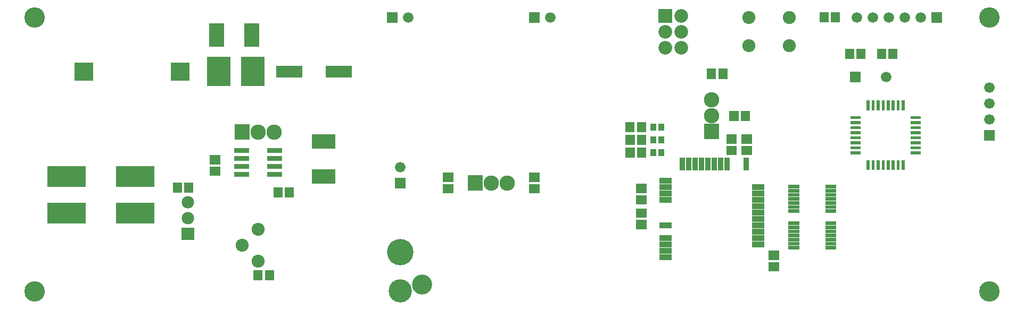
<source format=gbr>
G04 start of page 11 for group 2 layer_idx 0 *
G04 Title: (unknown), top_mask *
G04 Creator: pcb-rnd 1.2.7 *
G04 CreationDate: 2018-01-15 00:32:24 UTC *
G04 For: newell *
G04 Format: Gerber/RS-274X *
G04 PCB-Dimensions: 625000 200000 *
G04 PCB-Coordinate-Origin: lower left *
%MOIN*%
%FSLAX25Y25*%
%LNTOPMASK*%
%ADD208R,0.0187X0.0187*%
%ADD207R,0.0355X0.0355*%
%ADD206R,0.0230X0.0230*%
%ADD205R,0.0344X0.0344*%
%ADD204R,0.0300X0.0300*%
%ADD203R,0.1290X0.1290*%
%ADD202R,0.0572X0.0572*%
%ADD201R,0.0733X0.0733*%
%ADD200R,0.0909X0.0909*%
%ADD199R,0.1460X0.1460*%
%ADD198R,0.1128X0.1128*%
%ADD197C,0.0780*%
%ADD196C,0.0860*%
%ADD195C,0.0817*%
%ADD194C,0.1281*%
%ADD193C,0.1260*%
%ADD192C,0.1457*%
%ADD191C,0.1654*%
%ADD190C,0.0660*%
%ADD189C,0.0960*%
%ADD188C,0.0001*%
G54D188*G36*
X285200Y86800D02*Y77200D01*
X294800D01*
Y86800D01*
X285200D01*
G37*
G54D189*X300000Y82000D03*
X310000D03*
X164000Y114000D03*
G54D188*G36*
X239700Y85300D02*Y78700D01*
X246300D01*
Y85300D01*
X239700D01*
G37*
G54D190*X243000Y92000D03*
G54D191*Y38567D03*
G54D192*Y14157D03*
G54D193*X256780Y18094D03*
G54D188*G36*
X575700Y189300D02*Y182700D01*
X582300D01*
Y189300D01*
X575700D01*
G37*
G54D190*X569000Y186000D03*
X559000D03*
X549000D03*
G54D194*X612000D03*
G54D190*X539000D03*
X547200Y148500D03*
G54D194*X612000Y14000D03*
G54D188*G36*
X608700Y115300D02*Y108700D01*
X615300D01*
Y115300D01*
X608700D01*
G37*
G54D190*X612000Y122000D03*
Y132000D03*
Y142000D03*
X529000Y186000D03*
G54D195*X461205Y185858D03*
X486795D03*
G54D188*G36*
X404700Y191300D02*Y182700D01*
X413300D01*
Y191300D01*
X404700D01*
G37*
G54D196*X409000Y177000D03*
Y167000D03*
X419000Y187000D03*
Y177000D03*
Y167000D03*
G54D188*G36*
X433200Y119100D02*Y109500D01*
X442800D01*
Y119100D01*
X433200D01*
G37*
G54D189*X438000Y124300D03*
Y134300D03*
G54D195*X461205Y168142D03*
X486795D03*
G54D188*G36*
X323700Y189300D02*Y182700D01*
X330300D01*
Y189300D01*
X323700D01*
G37*
G54D190*X337000Y186000D03*
G54D188*G36*
X234700Y189300D02*Y182700D01*
X241300D01*
Y189300D01*
X234700D01*
G37*
G54D190*X248000Y186000D03*
G54D188*G36*
X524700Y151800D02*Y145200D01*
X531300D01*
Y151800D01*
X524700D01*
G37*
G36*
X106100Y53900D02*Y46100D01*
X113900D01*
Y53900D01*
X106100D01*
G37*
G54D197*X110000Y60000D03*
Y70000D03*
G54D194*X14000Y14000D03*
Y186000D03*
G54D188*G36*
X139200Y118800D02*Y109200D01*
X148800D01*
Y118800D01*
X139200D01*
G37*
G54D189*X154000Y114000D03*
G54D195*X154138Y53000D03*
Y33000D03*
X144138Y43000D03*
G54D198*X44488Y152000D02*X45000D01*
X105000D02*X105512D01*
G54D199*X129400Y153900D02*Y150100D01*
G54D200*X127977Y177755D02*Y172245D01*
G54D199*X150600Y153900D02*Y150100D01*
G54D201*X168922Y152000D02*X177977D01*
X200023D02*X209078D01*
G54D200*X150023Y177755D02*Y172245D01*
G54D202*X126607Y89457D02*X127393D01*
X126607Y96543D02*X127393D01*
X110543Y79393D02*Y78607D01*
G54D203*X71400Y86000D02*X82600D01*
X71400Y63000D02*X82600D01*
X28400Y86000D02*X39600D01*
X28400Y63000D02*X39600D01*
G54D202*X103457Y79393D02*Y78607D01*
G54D204*X140600Y102500D02*X146900D01*
X161100D02*X167400D01*
X140600Y97500D02*X146900D01*
X161100D02*X167400D01*
X140600Y92500D02*X146900D01*
X140600Y87500D02*X146900D01*
X161100D02*X167400D01*
X161100Y92500D02*X167400D01*
G54D205*X459737Y96047D02*Y91717D01*
X447737Y96047D02*Y91717D01*
X443737Y96047D02*Y91717D01*
X439737Y96047D02*Y91717D01*
X435737Y96047D02*Y91717D01*
G54D202*X173543Y76393D02*Y75607D01*
X166457Y76393D02*Y75607D01*
G54D200*X192245Y85977D02*X197755D01*
G54D202*X272607Y78457D02*X273393D01*
X272607Y85543D02*X273393D01*
X459607Y109543D02*X460393D01*
X450150D02*X450936D01*
G54D200*X192245Y108023D02*X197755D01*
G54D202*X459086Y124393D02*Y123607D01*
X452000Y124393D02*Y123607D01*
G54D206*X487083Y49000D02*X491689D01*
X487083Y46441D02*X491689D01*
X487083Y43882D02*X491689D01*
X487083Y41323D02*X491689D01*
X487083Y56677D02*X491689D01*
X487083Y54118D02*X491689D01*
X487083Y51559D02*X491689D01*
X510311Y41323D02*X514917D01*
G54D202*X161043Y24393D02*Y23607D01*
X153957Y24393D02*Y23607D01*
G54D206*X510311Y43882D02*X514917D01*
X510311Y46441D02*X514917D01*
X510311Y49000D02*X514917D01*
X510311Y51559D02*X514917D01*
X510311Y54118D02*X514917D01*
X510311Y56677D02*X514917D01*
G54D205*X431737Y96047D02*Y91717D01*
X427737Y96047D02*Y91717D01*
G54D202*X326607Y78457D02*X327393D01*
X326607Y85543D02*X327393D01*
X459607Y102457D02*X460393D01*
X450150D02*X450936D01*
X387000Y101393D02*Y100607D01*
X394086Y101393D02*Y100607D01*
G54D207*X401441Y101492D02*Y100508D01*
X406559Y101492D02*Y100508D01*
G54D202*X386957Y117393D02*Y116607D01*
X394043Y117393D02*Y116607D01*
X387000Y109393D02*Y108607D01*
X394086Y109393D02*Y108607D01*
G54D207*X401441Y117492D02*Y116508D01*
Y109492D02*Y108508D01*
X406559Y117492D02*Y116508D01*
Y109492D02*Y108508D01*
G54D206*X487083Y79677D02*X491689D01*
X487083Y77118D02*X491689D01*
X487083Y74559D02*X491689D01*
X487083Y72000D02*X491689D01*
X487083Y69441D02*X491689D01*
X487083Y66882D02*X491689D01*
X487083Y64323D02*X491689D01*
X510311D02*X514917D01*
X510311Y66882D02*X514917D01*
X510311Y69441D02*X514917D01*
X510311Y72000D02*X514917D01*
X510311Y74559D02*X514917D01*
X510311Y77118D02*X514917D01*
X510311Y79677D02*X514917D01*
G54D205*X423737Y96047D02*Y91717D01*
X419737Y96047D02*Y91717D01*
X407060Y83370D02*X411390D01*
X407060Y79370D02*X411390D01*
X407060Y75370D02*X411390D01*
X407060Y71370D02*X411390D01*
X407060Y55370D02*X411390D01*
X407060Y47370D02*X411390D01*
X407060Y43370D02*X411390D01*
G54D202*X393607Y55914D02*X394393D01*
X393607Y63000D02*X394393D01*
X393607Y71500D02*X394393D01*
X393607Y78586D02*X394393D01*
G54D205*X407060Y39370D02*X411390D01*
X407060Y35370D02*X411390D01*
X465052Y79394D02*X469382D01*
G54D202*X445043Y150893D02*Y150107D01*
X437957Y150893D02*Y150107D01*
G54D205*X465052Y75394D02*X469382D01*
X465052Y71394D02*X469382D01*
X465052Y67394D02*X469382D01*
X465052Y63394D02*X469382D01*
X465052Y59394D02*X469382D01*
X465052Y55394D02*X469382D01*
X465052Y51394D02*X469382D01*
X465052Y47394D02*X469382D01*
X465052Y43394D02*X469382D01*
G54D202*X476607Y29500D02*X477393D01*
X476607Y36586D02*X477393D01*
X508457Y186393D02*Y185607D01*
X515543Y186393D02*Y185607D01*
X524457Y163393D02*Y162607D01*
X531543Y163393D02*Y162607D01*
X551543Y163393D02*Y162607D01*
X544457Y163393D02*Y162607D01*
G54D208*X558023Y132992D02*Y128566D01*
X554874Y132992D02*Y128566D01*
X551724Y132992D02*Y128566D01*
X548575Y132992D02*Y128566D01*
X545425Y132992D02*Y128566D01*
X542275Y132992D02*Y128566D01*
X539126Y132992D02*Y128566D01*
X535976Y132992D02*Y128566D01*
X526008Y123023D02*X530434D01*
X526008Y119874D02*X530434D01*
X526008Y116724D02*X530434D01*
X526008Y113575D02*X530434D01*
X526008Y110425D02*X530434D01*
X526008Y107275D02*X530434D01*
X526008Y104126D02*X530434D01*
X526008Y100976D02*X530434D01*
X535977Y95434D02*Y91008D01*
X539126Y95434D02*Y91008D01*
X542276Y95434D02*Y91008D01*
X545425Y95434D02*Y91008D01*
X548575Y95434D02*Y91008D01*
X551725Y95434D02*Y91008D01*
X554874Y95434D02*Y91008D01*
X558024Y95434D02*Y91008D01*
X563566Y100977D02*X567992D01*
X563566Y104126D02*X567992D01*
X563566Y107276D02*X567992D01*
X563566Y110425D02*X567992D01*
X563566Y113575D02*X567992D01*
X563566Y116725D02*X567992D01*
X563566Y119874D02*X567992D01*
X563566Y123024D02*X567992D01*
M02*

</source>
